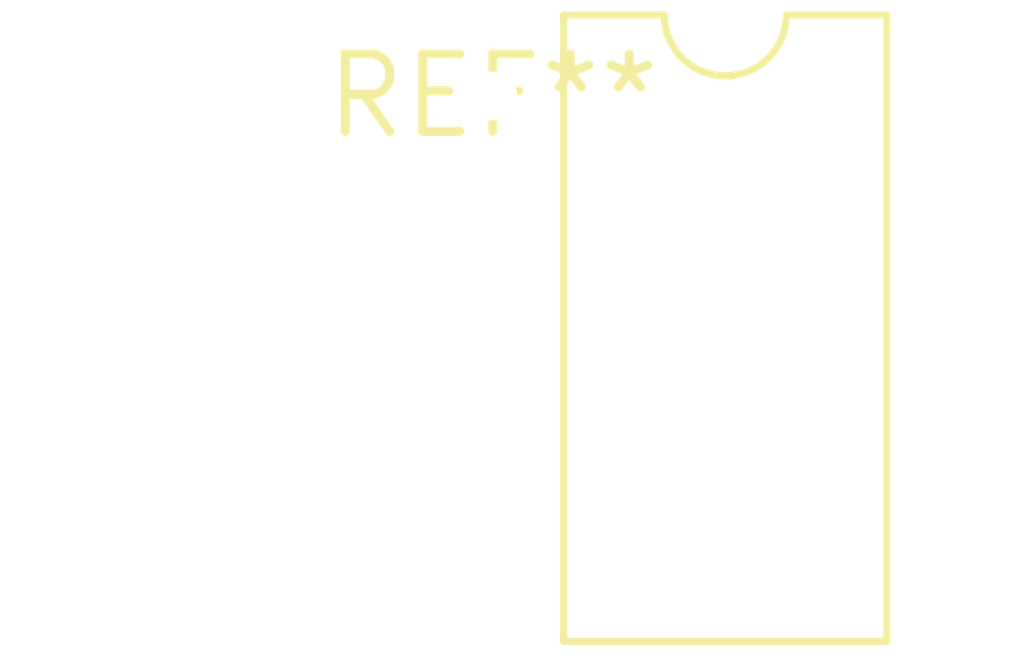
<source format=kicad_pcb>
(kicad_pcb (version 20240108) (generator pcbnew)
  (layers (0 "F.Cu" signal) (31 "B.Cu" signal) (34 "B.Paste" user) (35 "F.Paste" user) (36 "B.SilkS" user "B.Silkscreen") (37 "F.SilkS" user "F.Silkscreen") (38 "B.Mask" user) (39 "F.Mask" user) (44 "Edge.Cuts" user))
  (net 0 "")
  (footprint "DIP-8_W7.62mm" (layer "F.Cu") (at 0 0)
    (property "Reference" "REF**")
    (property "Value" "DIP-8_W7.62mm")
    (fp_line (start 1.16 -1.33) (end 1.16 8.95) (layer "F.SilkS") (stroke (width 0.12)))
    (fp_line (start 1.16 8.95) (end 6.46 8.95) (layer "F.SilkS") (stroke (width 0.12)))
    (fp_line (start 2.81 -1.33) (end 1.16 -1.33) (layer "F.SilkS") (stroke (width 0.12)))
    (fp_line (start 6.46 -1.33) (end 4.81 -1.33) (layer "F.SilkS") (stroke (width 0.12)))
    (fp_line (start 6.46 8.95) (end 6.46 -1.33) (layer "F.SilkS") (stroke (width 0.12)))
    (fp_arc (start 4.81 -1.33) (mid 3.81 -0.33) (end 2.81 -1.33) (layer "F.SilkS") (stroke (width 0.12)))
    (pad "1" thru_hole rect (at 0 0) (size 1.6 1.6) (drill 0.8) (layers *.Cu *.Mask) (remove_unused_layers))
    (pad "2" thru_hole oval (at 0 2.54) (size 1.6 1.6) (drill 0.8) (layers *.Cu *.Mask) (remove_unused_layers))
    (pad "3" thru_hole oval (at 0 5.08) (size 1.6 1.6) (drill 0.8) (layers *.Cu *.Mask) (remove_unused_layers))
    (pad "4" thru_hole oval (at 0 7.62) (size 1.6 1.6) (drill 0.8) (layers *.Cu *.Mask) (remove_unused_layers))
    (pad "5" thru_hole oval (at 7.62 7.62) (size 1.6 1.6) (drill 0.8) (layers *.Cu *.Mask) (remove_unused_layers))
    (pad "6" thru_hole oval (at 7.62 5.08) (size 1.6 1.6) (drill 0.8) (layers *.Cu *.Mask) (remove_unused_layers))
    (pad "7" thru_hole oval (at 7.62 2.54) (size 1.6 1.6) (drill 0.8) (layers *.Cu *.Mask) (remove_unused_layers))
    (pad "8" thru_hole oval (at 7.62 0) (size 1.6 1.6) (drill 0.8) (layers *.Cu *.Mask) (remove_unused_layers))
  )
)
</source>
